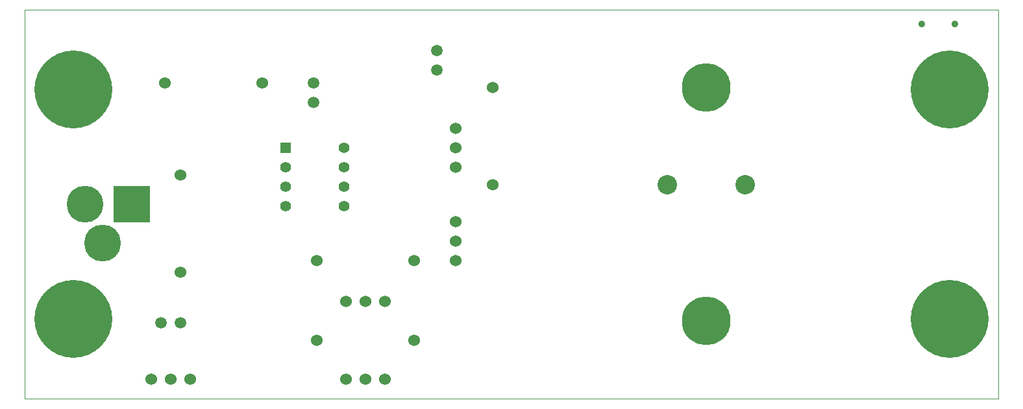
<source format=gbs>
G04 (created by PCBNEW (2013-07-07 BZR 4022)-stable) date 6/29/2014 7:37:07 PM*
%MOIN*%
G04 Gerber Fmt 3.4, Leading zero omitted, Abs format*
%FSLAX34Y34*%
G01*
G70*
G90*
G04 APERTURE LIST*
%ADD10C,0.001*%
%ADD11C,0.00393701*%
%ADD12C,0.06*%
%ADD13C,0.0591*%
%ADD14C,0.25*%
%ADD15C,0.1*%
%ADD16C,0.189*%
%ADD17R,0.189X0.189*%
%ADD18R,0.055X0.055*%
%ADD19C,0.055*%
%ADD20C,0.4*%
%ADD21C,0.035*%
G04 APERTURE END LIST*
G54D10*
G54D11*
X0Y0D02*
X0Y20000D01*
X50000Y0D02*
X0Y0D01*
X50000Y20000D02*
X50000Y0D01*
X0Y20000D02*
X50000Y20000D01*
G54D12*
X7500Y1000D03*
X6500Y1000D03*
X8500Y1000D03*
X17500Y1000D03*
X16500Y1000D03*
X18500Y1000D03*
X17500Y5000D03*
X18500Y5000D03*
X16500Y5000D03*
X22130Y12910D03*
X22130Y13910D03*
X22130Y11910D03*
X22130Y8100D03*
X22130Y9100D03*
X22130Y7100D03*
G54D13*
X7000Y3900D03*
X8000Y3900D03*
X21174Y16902D03*
X21174Y17902D03*
X14840Y15230D03*
X14840Y16230D03*
G54D14*
X35000Y16000D03*
X35000Y4000D03*
G54D15*
X37000Y11000D03*
X33000Y11000D03*
G54D12*
X7200Y16250D03*
X12200Y16250D03*
X15000Y7100D03*
X20000Y7100D03*
X8000Y6500D03*
X8000Y11500D03*
X15000Y3000D03*
X20000Y3000D03*
G54D16*
X3100Y10000D03*
G54D17*
X5500Y10000D03*
G54D16*
X4000Y8000D03*
G54D18*
X13390Y12900D03*
G54D19*
X13390Y11900D03*
X13390Y10900D03*
X13390Y9900D03*
X16390Y9900D03*
X16390Y10900D03*
X16390Y11900D03*
X16390Y12900D03*
G54D20*
X2500Y4100D03*
X2500Y15900D03*
X47500Y15900D03*
X47500Y4100D03*
G54D12*
X24036Y16000D03*
X24036Y11000D03*
G54D21*
X47762Y19282D03*
X46066Y19282D03*
M02*

</source>
